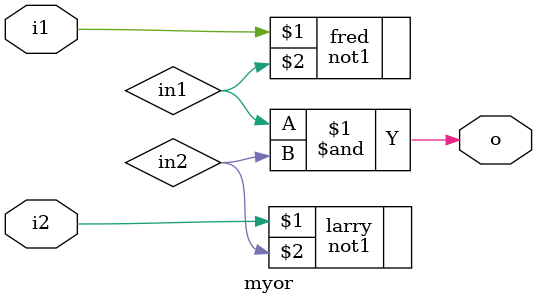
<source format=v>
module myor(i1, i2, o);
   input i1, i2;
   output o;
 // always
   wire in1, in2;
   not1 fred(i1, in1);
   not1 larry(i2, in2);
   assign o = in1 & in2;


endmodule
</source>
